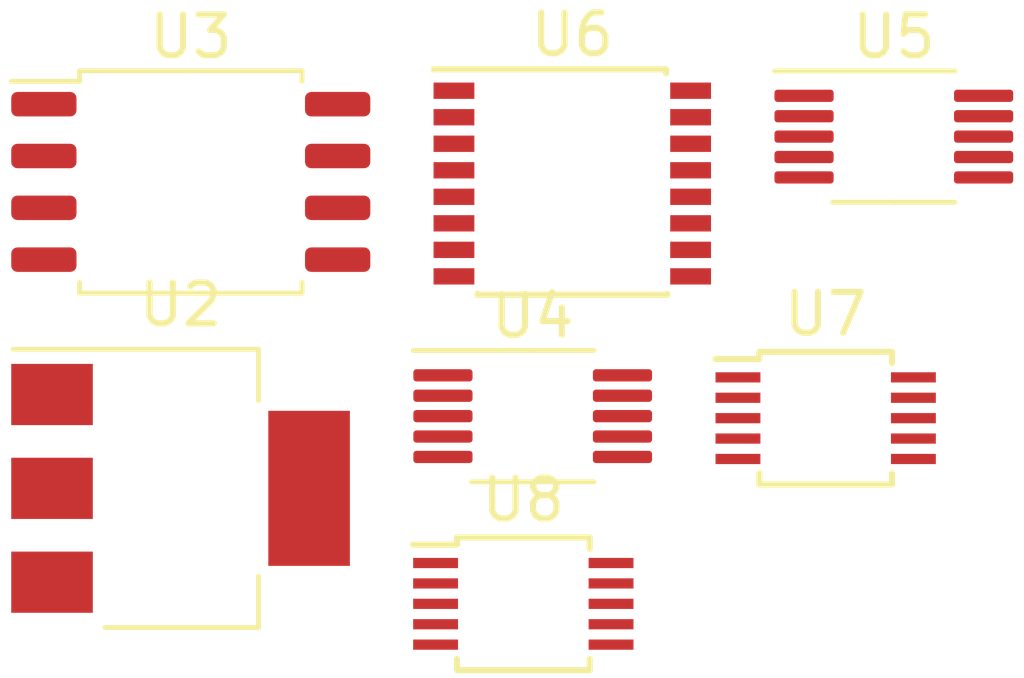
<source format=kicad_pcb>
(kicad_pcb (version 20211014) (generator pcbnew)
  (layers (0 "F.Cu" signal) (31 "B.Cu" signal) (34 "B.Paste" user) (35 "F.Paste" user) (36 "B.SilkS" user "B.Silkscreen") (37 "F.SilkS" user "F.Silkscreen") (38 "B.Mask" user) (39 "F.Mask" user) (44 "Edge.Cuts" user))
  (net 0 "")
  (net 1 "GND")
  (net 2 "+3V3")
  (net 3 "VBUS")
  (net 4 "/QSPI_SS")
  (net 5 "/QSPI_SD1")
  (net 6 "/QSPI_SD2")
  (net 7 "/QSPI_SD0")
  (net 8 "/QSPI_SCLK")
  (net 9 "/QSPI_SD3")
  (net 10 "Net-(C19-Pad1)")
  (net 11 "Net-(R6-Pad2)")
  (net 12 "Net-(R2-Pad2)")
  (net 14 "+5V")
  (net 18 "Net-(C20-Pad1)")
  (net 19 "Net-(R8-Pad2)")
  (net 20 "Net-(R7-Pad2)")
  (net 37 "Net-(J3-PadT)")
  (net 38 "Net-(J3-PadR1)")
  (net 39 "Net-(R9-Pad1)")
  (net 41 "/R2")
  (net 42 "/Rx")
  (net 43 "/Ry")
  (net 45 "/I²C1_SDA")
  (net 46 "/I²C1_SCL")
  (net 47 "Net-(R10-Pad1)")
  (net 49 "/L2")
  (net 50 "/Lx")
  (net 51 "/Ly")
  (net 53 "/I²C0_SDA")
  (net 54 "/I²C0_SCL")
  (footprint "Package_SO:TSSOP-10_3x3mm_P0.5mm" (layer "F.Cu") (at 142.81 66.86)
    (fp_text reference "U7" (at 0 -2.55) (layer "F.SilkS"))
    (fp_text value "ADS1115IDGS")
    (fp_line (start -1.625 1.625) (end -1.625 1.35) (layer "F.SilkS") (width 0.15))
    (fp_line (start 1.625 1.625) (end 1.625 1.35) (layer "F.SilkS") (width 0.15))
    (fp_line (start -1.625 -1.45) (end -2.7 -1.45) (layer "F.SilkS") (width 0.15))
    (fp_line (start -1.625 -1.625) (end -1.625 -1.45) (layer "F.SilkS") (width 0.15))
    (fp_line (start -1.625 -1.625) (end 1.625 -1.625) (layer "F.SilkS") (width 0.15))
    (fp_line (start 1.625 -1.625) (end 1.625 -1.35) (layer "F.SilkS") (width 0.15))
    (fp_line (start -1.625 1.625) (end 1.625 1.625) (layer "F.SilkS") (width 0.15))
    (pad "1" smd rect (at -2.15 -1) (size 1.1 0.25) (layers "F.Cu" "F.Paste" "F.Mask") (net 39 "Net-(R9-Pad1)"))
    (pad "2" smd rect (at -2.15 -0.5) (size 1.1 0.25) (layers "F.Cu" "F.Paste" "F.Mask"))
    (pad "3" smd rect (at -2.15 0) (size 1.1 0.25) (layers "F.Cu" "F.Paste" "F.Mask") (net 1 "GND"))
    (pad "4" smd rect (at -2.15 0.5) (size 1.1 0.25) (layers "F.Cu" "F.Paste" "F.Mask") (net 41 "/R2"))
    (pad "5" smd rect (at -2.15 1) (size 1.1 0.25) (layers "F.Cu" "F.Paste" "F.Mask") (net 42 "/Rx"))
    (pad "6" smd rect (at 2.15 1) (size 1.1 0.25) (layers "F.Cu" "F.Paste" "F.Mask") (net 43 "/Ry"))
    (pad "7" smd rect (at 2.15 0.5) (size 1.1 0.25) (layers "F.Cu" "F.Paste" "F.Mask"))
    (pad "8" smd rect (at 2.15 0) (size 1.1 0.25) (layers "F.Cu" "F.Paste" "F.Mask") (net 14 "+5V"))
    (pad "9" smd rect (at 2.15 -0.5) (size 1.1 0.25) (layers "F.Cu" "F.Paste" "F.Mask") (net 45 "/I²C1_SDA"))
    (pad "10" smd rect (at 2.15 -1) (size 1.1 0.25) (layers "F.Cu" "F.Paste" "F.Mask") (net 46 "/I²C1_SCL"))
  )
  (footprint "Package_SO:VSSOP-10_3x3mm_P0.5mm" (layer "F.Cu") (at 144.48 59.96)
    (fp_text reference "U5" (at 0 -2.45) (layer "F.SilkS"))
    (fp_text value "DRV2605LDGS")
    (fp_line (start 0 -1.61) (end -2.925 -1.61) (layer "F.SilkS") (width 0.12))
    (fp_line (start 0 -1.61) (end 1.5 -1.61) (layer "F.SilkS") (width 0.12))
    (fp_line (start 0 1.61) (end -1.5 1.61) (layer "F.SilkS") (width 0.12))
    (fp_line (start 0 1.61) (end 1.5 1.61) (layer "F.SilkS") (width 0.12))
    (pad "1" smd roundrect (at -2.2 -1) (size 1.45 0.3) (layers "F.Cu" "F.Paste" "F.Mask") (net 18 "Net-(C20-Pad1)"))
    (pad "2" smd roundrect (at -2.2 -0.5) (size 1.45 0.3) (layers "F.Cu" "F.Paste" "F.Mask") (net 19 "Net-(R8-Pad2)"))
    (pad "3" smd roundrect (at -2.2 0) (size 1.45 0.3) (layers "F.Cu" "F.Paste" "F.Mask") (net 20 "Net-(R7-Pad2)"))
    (pad "4" smd roundrect (at -2.2 0.5) (size 1.45 0.3) (layers "F.Cu" "F.Paste" "F.Mask"))
    (pad "5" smd roundrect (at -2.2 1) (size 1.45 0.3) (layers "F.Cu" "F.Paste" "F.Mask") (net 14 "+5V"))
    (pad "6" smd roundrect (at 2.2 1) (size 1.45 0.3) (layers "F.Cu" "F.Paste" "F.Mask"))
    (pad "7" smd roundrect (at 2.2 0.5) (size 1.45 0.3) (layers "F.Cu" "F.Paste" "F.Mask"))
    (pad "8" smd roundrect (at 2.2 0) (size 1.45 0.3) (layers "F.Cu" "F.Paste" "F.Mask") (net 1 "GND"))
    (pad "9" smd roundrect (at 2.2 -0.5) (size 1.45 0.3) (layers "F.Cu" "F.Paste" "F.Mask"))
    (pad "10" smd roundrect (at 2.2 -1) (size 1.45 0.3) (layers "F.Cu" "F.Paste" "F.Mask") (net 14 "+5V"))
  )
  (footprint "Package_SO:TSSOP-10_3x3mm_P0.5mm" (layer "F.Cu") (at 135.4 71.41)
    (fp_text reference "U8" (at 0 -2.55) (layer "F.SilkS"))
    (fp_text value "ADS1115IDGS")
    (fp_line (start -1.625 1.625) (end 1.625 1.625) (layer "F.SilkS") (width 0.15))
    (fp_line (start -1.625 -1.625) (end 1.625 -1.625) (layer "F.SilkS") (width 0.15))
    (fp_line (start -1.625 -1.45) (end -2.7 -1.45) (layer "F.SilkS") (width 0.15))
    (fp_line (start -1.625 1.625) (end -1.625 1.35) (layer "F.SilkS") (width 0.15))
    (fp_line (start 1.625 1.625) (end 1.625 1.35) (layer "F.SilkS") (width 0.15))
    (fp_line (start -1.625 -1.625) (end -1.625 -1.45) (layer "F.SilkS") (width 0.15))
    (fp_line (start 1.625 -1.625) (end 1.625 -1.35) (layer "F.SilkS") (width 0.15))
    (pad "1" smd rect (at -2.15 -1) (size 1.1 0.25) (layers "F.Cu" "F.Paste" "F.Mask") (net 47 "Net-(R10-Pad1)"))
    (pad "2" smd rect (at -2.15 -0.5) (size 1.1 0.25) (layers "F.Cu" "F.Paste" "F.Mask"))
    (pad "3" smd rect (at -2.15 0) (size 1.1 0.25) (layers "F.Cu" "F.Paste" "F.Mask") (net 1 "GND"))
    (pad "4" smd rect (at -2.15 0.5) (size 1.1 0.25) (layers "F.Cu" "F.Paste" "F.Mask") (net 49 "/L2"))
    (pad "5" smd rect (at -2.15 1) (size 1.1 0.25) (layers "F.Cu" "F.Paste" "F.Mask") (net 50 "/Lx"))
    (pad "6" smd rect (at 2.15 1) (size 1.1 0.25) (layers "F.Cu" "F.Paste" "F.Mask") (net 51 "/Ly"))
    (pad "7" smd rect (at 2.15 0.5) (size 1.1 0.25) (layers "F.Cu" "F.Paste" "F.Mask"))
    (pad "8" smd rect (at 2.15 0) (size 1.1 0.25) (layers "F.Cu" "F.Paste" "F.Mask") (net 14 "+5V"))
    (pad "9" smd rect (at 2.15 -0.5) (size 1.1 0.25) (layers "F.Cu" "F.Paste" "F.Mask") (net 53 "/I²C0_SDA"))
    (pad "10" smd rect (at 2.15 -1) (size 1.1 0.25) (layers "F.Cu" "F.Paste" "F.Mask") (net 54 "/I²C0_SCL"))
  )
  (footprint "Package_TO_SOT_SMD:SOT-223-3_TabPin2" (layer "F.Cu") (at 127 68.58)
    (fp_text reference "U2" (at 0 -4.5) (layer "F.SilkS"))
    (fp_text value "NCP1117-3.3_SOT223")
    (fp_line (start -4.1 -3.41) (end 1.91 -3.41) (layer "F.SilkS") (width 0.12))
    (fp_line (start 1.91 3.41) (end 1.91 2.15) (layer "F.SilkS") (width 0.12))
    (fp_line (start 1.91 -3.41) (end 1.91 -2.15) (layer "F.SilkS") (width 0.12))
    (fp_line (start -1.85 3.41) (end 1.91 3.41) (layer "F.SilkS") (width 0.12))
    (pad "1" smd rect (at -3.15 -2.3) (size 2 1.5) (layers "F.Cu" "F.Paste" "F.Mask") (net 1 "GND"))
    (pad "2" smd rect (at 3.15 0) (size 2 3.8) (layers "F.Cu" "F.Paste" "F.Mask") (net 2 "+3V3"))
    (pad "2" smd rect (at -3.15 0) (size 2 1.5) (layers "F.Cu" "F.Paste" "F.Mask") (net 2 "+3V3"))
    (pad "3" smd rect (at -3.15 2.3) (size 2 1.5) (layers "F.Cu" "F.Paste" "F.Mask") (net 3 "VBUS"))
  )
  (footprint "Package_SO:VSSOP-10_3x3mm_P0.5mm" (layer "F.Cu") (at 135.63 66.81)
    (fp_text reference "U4" (at 0 -2.45) (layer "F.SilkS"))
    (fp_text value "DRV2605LDGS")
    (fp_line (start 0 1.61) (end 1.5 1.61) (layer "F.SilkS") (width 0.12))
    (fp_line (start 0 1.61) (end -1.5 1.61) (layer "F.SilkS") (width 0.12))
    (fp_line (start 0 -1.61) (end -2.925 -1.61) (layer "F.SilkS") (width 0.12))
    (fp_line (start 0 -1.61) (end 1.5 -1.61) (layer "F.SilkS") (width 0.12))
    (pad "1" smd roundrect (at -2.2 -1) (size 1.45 0.3) (layers "F.Cu" "F.Paste" "F.Mask") (net 10 "Net-(C19-Pad1)"))
    (pad "2" smd roundrect (at -2.2 -0.5) (size 1.45 0.3) (layers "F.Cu" "F.Paste" "F.Mask") (net 11 "Net-(R6-Pad2)"))
    (pad "3" smd roundrect (at -2.2 0) (size 1.45 0.3) (layers "F.Cu" "F.Paste" "F.Mask") (net 12 "Net-(R2-Pad2)"))
    (pad "4" smd roundrect (at -2.2 0.5) (size 1.45 0.3) (layers "F.Cu" "F.Paste" "F.Mask"))
    (pad "5" smd roundrect (at -2.2 1) (size 1.45 0.3) (layers "F.Cu" "F.Paste" "F.Mask") (net 14 "+5V"))
    (pad "6" smd roundrect (at 2.2 1) (size 1.45 0.3) (layers "F.Cu" "F.Paste" "F.Mask"))
    (pad "7" smd roundrect (at 2.2 0.5) (size 1.45 0.3) (layers "F.Cu" "F.Paste" "F.Mask"))
    (pad "8" smd roundrect (at 2.2 0) (size 1.45 0.3) (layers "F.Cu" "F.Paste" "F.Mask") (net 1 "GND"))
    (pad "9" smd roundrect (at 2.2 -0.5) (size 1.45 0.3) (layers "F.Cu" "F.Paste" "F.Mask"))
    (pad "10" smd roundrect (at 2.2 -1) (size 1.45 0.3) (layers "F.Cu" "F.Paste" "F.Mask") (net 14 "+5V"))
  )
  (footprint "Package_SO:SOIC-8_5.23x5.23mm_P1.27mm" (layer "F.Cu") (at 127.25 61.07)
    (fp_text reference "U3" (at 0 -3.56) (layer "F.SilkS"))
    (fp_text value "W25Q128JVS")
    (fp_line (start -2.725 -2.725) (end -2.725 -2.465) (layer "F.SilkS") (width 0.12))
    (fp_line (start 0 2.725) (end -2.725 2.725) (layer "F.SilkS") (width 0.12))
    (fp_line (start -2.725 -2.465) (end -4.4 -2.465) (layer "F.SilkS") (width 0.12))
    (fp_line (start 0 2.725) (end 2.725 2.725) (layer "F.SilkS") (width 0.12))
    (fp_line (start 0 -2.725) (end -2.725 -2.725) (layer "F.SilkS") (width 0.12))
    (fp_line (start -2.725 2.725) (end -2.725 2.465) (layer "F.SilkS") (width 0.12))
    (fp_line (start 2.725 2.725) (end 2.725 2.465) (layer "F.SilkS") (width 0.12))
    (fp_line (start 2.725 -2.725) (end 2.725 -2.465) (layer "F.SilkS") (width 0.12))
    (fp_line (start 0 -2.725) (end 2.725 -2.725) (layer "F.SilkS") (width 0.12))
    (pad "1" smd roundrect (at -3.6 -1.905) (size 1.6 0.6) (layers "F.Cu" "F.Paste" "F.Mask") (net 4 "/QSPI_SS"))
    (pad "2" smd roundrect (at -3.6 -0.635) (size 1.6 0.6) (layers "F.Cu" "F.Paste" "F.Mask") (net 5 "/QSPI_SD1"))
    (pad "3" smd roundrect (at -3.6 0.635) (size 1.6 0.6) (layers "F.Cu" "F.Paste" "F.Mask") (net 6 "/QSPI_SD2"))
    (pad "4" smd roundrect (at -3.6 1.905) (size 1.6 0.6) (layers "F.Cu" "F.Paste" "F.Mask") (net 1 "GND"))
    (pad "5" smd roundrect (at 3.6 1.905) (size 1.6 0.6) (layers "F.Cu" "F.Paste" "F.Mask") (net 7 "/QSPI_SD0"))
    (pad "6" smd roundrect (at 3.6 0.635) (size 1.6 0.6) (layers "F.Cu" "F.Paste" "F.Mask") (net 8 "/QSPI_SCLK"))
    (pad "7" smd roundrect (at 3.6 -0.635) (size 1.6 0.6) (layers "F.Cu" "F.Paste" "F.Mask") (net 9 "/QSPI_SD3"))
    (pad "8" smd roundrect (at 3.6 -1.905) (size 1.6 0.6) (layers "F.Cu" "F.Paste" "F.Mask") (net 2 "+3V3"))
  )
  (footprint "Package_SO:SSOP-16_4.4x5.2mm_P0.65mm" (layer "F.Cu") (at 136.6 61.11)
    (fp_text reference "U6" (at 0 -3.65) (layer "F.SilkS"))
    (fp_text value "UDA1334ATS")
    (fp_line (start -2.325 2.725) (end -2.325 2.7) (layer "F.SilkS") (width 0.15))
    (fp_line (start -3.4 -2.8) (end 2.3 -2.8) (layer "F.SilkS") (width 0.15))
    (fp_line (start 2.3 -2.8) (end 2.3 -2.7) (layer "F.SilkS") (width 0.15))
    (fp_line (start -2.325 2.725) (end 2.325 2.725) (layer "F.SilkS") (width 0.15))
    (fp_line (start 2.325 2.725) (end 2.325 2.7) (layer "F.SilkS") (width 0.15))
    (pad "1" smd rect (at -2.9 -2.275) (size 1 0.4) (layers "F.Cu" "F.Paste" "F.Mask"))
    (pad "2" smd rect (at -2.9 -1.625) (size 1 0.4) (layers "F.Cu" "F.Paste" "F.Mask"))
    (pad "3" smd rect (at -2.9 -0.975) (size 1 0.4) (layers "F.Cu" "F.Paste" "F.Mask"))
    (pad "4" smd rect (at -2.9 -0.325) (size 1 0.4) (layers "F.Cu" "F.Paste" "F.Mask"))
    (pad "5" smd rect (at -2.9 0.325) (size 1 0.4) (layers "F.Cu" "F.Paste" "F.Mask") (net 1 "GND"))
    (pad "6" smd rect (at -2.9 0.975) (size 1 0.4) (layers "F.Cu" "F.Paste" "F.Mask"))
    (pad "7" smd rect (at -2.9 1.625) (size 1 0.4) (layers "F.Cu" "F.Paste" "F.Mask"))
    (pad "8" smd rect (at -2.9 2.275) (size 1 0.4) (layers "F.Cu" "F.Paste" "F.Mask"))
    (pad "9" smd rect (at 2.9 2.275) (size 1 0.4) (layers "F.Cu" "F.Paste" "F.Mask"))
    (pad "10" smd rect (at 2.9 1.625) (size 1 0.4) (layers "F.Cu" "F.Paste" "F.Mask"))
    (pad "11" smd rect (at 2.9 0.975) (size 1 0.4) (layers "F.Cu" "F.Paste" "F.Mask"))
    (pad "12" smd rect (at 2.9 0.325) (size 1 0.4) (layers "F.Cu" "F.Paste" "F.Mask"))
    (pad "13" smd rect (at 2.9 -0.325) (size 1 0.4) (layers "F.Cu" "F.Paste" "F.Mask"))
    (pad "14" smd rect (at 2.9 -0.975) (size 1 0.4) (layers "F.Cu" "F.Paste" "F.Mask") (net 37 "Net-(J3-PadT)"))
    (pad "15" smd rect (at 2.9 -1.625) (size 1 0.4) (layers "F.Cu" "F.Paste" "F.Mask") (net 1 "GND"))
    (pad "16" smd rect (at 2.9 -2.275) (size 1 0.4) (layers "F.Cu" "F.Paste" "F.Mask") (net 38 "Net-(J3-PadR1)"))
  )
)
</source>
